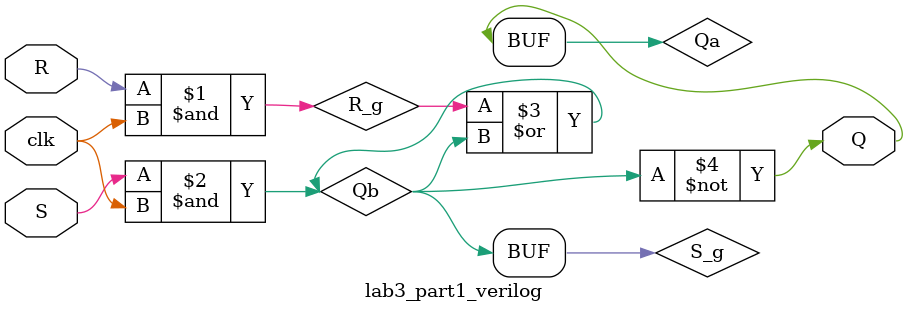
<source format=v>
module lab3_part1_verilog(

		input clk, R, S, 
		output Q
		
		);

		wire R_g, S_g, Qa, Qb /* synthesis keep */;
		
		and (R_g, R, clk);
		and (S_g, S, clk);
		nor (Qa, R_g, Qb);
		not (Qb, S_g, Qa);
		
		assign Q = Qa;
		
endmodule


</source>
